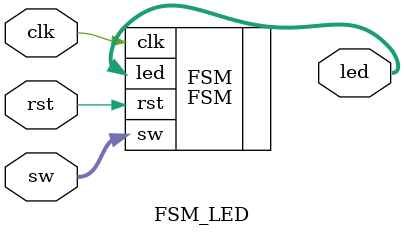
<source format=v>
`timescale 1ns / 1ps


module FSM_LED(
                input clk,
                input rst,
                input [2:0] sw,
                output [1:0] led
    );

FSM FSM(
        .clk(clk),
        .rst(rst),
        .sw(sw),
        .led(led)
);



endmodule

</source>
